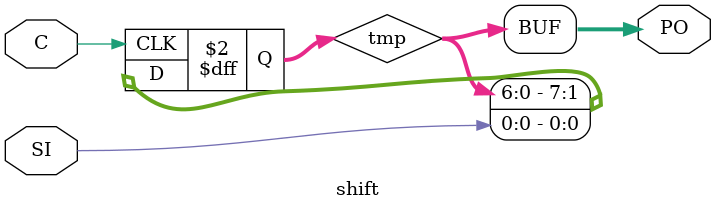
<source format=sv>

module shift (C, SI, PO); 
input  C,SI; 
output [7:0] PO; 
reg [7:0] tmp; 
 
  always @(posedge C) 
  begin 
    tmp = {tmp[6:0], SI}; 
  end 
  assign PO = tmp; 
endmodule

</source>
